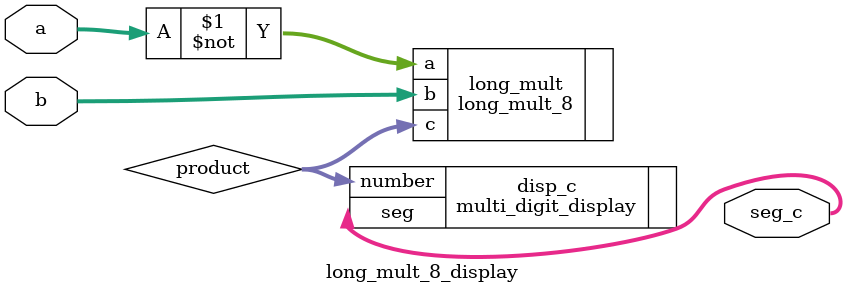
<source format=sv>

module long_mult_8_display (
    input  logic [7:0] a,
    input  logic [7:0] b,
    output logic [7*4-1:0] seg_c       // 4 digits for product (LS digit = seg_c[6:0])
);
    // ------------------------------------------------------------------------
    // 1) Multiply a and b
    // ------------------------------------------------------------------------
    logic [15:0] product;

    long_mult_8 long_mult (
        .a(~a),
        .b(b),
        .c(product)
    );


    // Show product on 4 digits
    multi_digit_display #(.NUM_DIGITS(4)) disp_c (
        .number(product),
        .seg   (seg_c)
    );

endmodule



</source>
